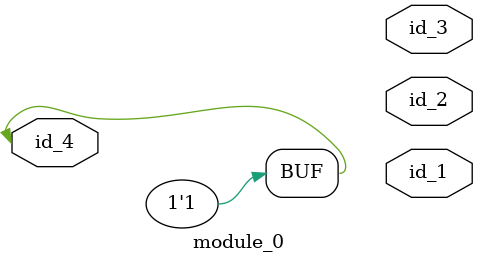
<source format=v>
module module_0 (
    id_1,
    id_2,
    id_3,
    id_4
);
  input id_4;
  output id_3;
  output id_2;
  output id_1;
  assign id_4 = 1;
endmodule

</source>
